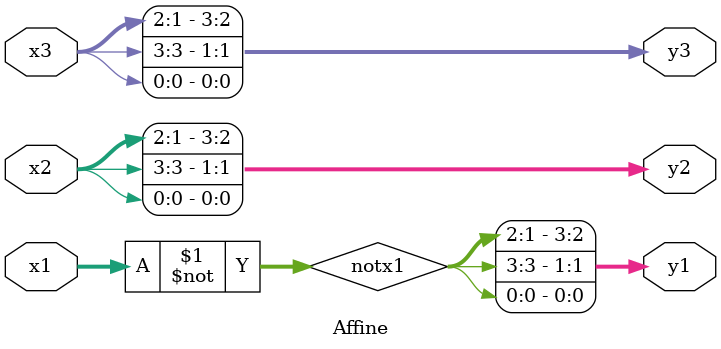
<source format=v>
/*
* -----------------------------------------------------------------
* COMPANY : Ruhr University Bochum
* AUTHOR  : Amir Moradi amir.moradi@rub.de Aein Rezaei Shahmirzadi aein.rezaeishahmirzadi@rub.de
* DOCUMENT: "Second-Order SCA Security with almost no Fresh Randomness" TCHES 2021, Issue 3
* -----------------------------------------------------------------
*
* Copyright c 2021, Amir Moradi, Aein Rezaei Shahmirzadi
*
* All rights reserved.
*
* THIS SOFTWARE IS PROVIDED BY THE COPYRIGHT HOLDERS AND CONTRIBUTORS "AS IS" AND
* ANY EXPRESS OR IMPLIED WARRANTIES, INCLUDING, BUT NOT LIMITED TO, THE IMPLIED
* WARRANTIES OF MERCHANTABILITY AND FITNESS FOR A PARTICULAR PURPOSE ARE
* DISCLAIMED. IN NO EVENT SHALL THE COPYRIGHT HOLDER OR CONTRIBUTERS BE LIABLE FOR ANY
* DIRECT, INDIRECT, INCIDENTAL, SPECIAL, EXEMPLARY, OR CONSEQUENTIAL DAMAGES
* INCLUDING, BUT NOT LIMITED TO, PROCUREMENT OF SUBSTITUTE GOODS OR SERVICES;
* LOSS OF USE, DATA, OR PROFITS; OR BUSINESS INTERRUPTION HOWEVER CAUSED AND
* ON ANY THEORY OF LIABILITY, WHETHER IN CONTRACT, STRICT LIABILITY, OR TORT
* INCLUDING NEGLIGENCE OR OTHERWISE ARISING IN ANY WAY OUT OF THE USE OF THIS
* SOFTWARE, EVEN IF ADVISED OF THE POSSIBILITY OF SUCH DAMAGE.
*
* Please see LICENSE and README for license and further instructions.
*/

module Affine(
    input [3:0] x1,
    input [3:0] x2,
    input [3:0] x3,
    output [3:0] y1,
    output [3:0] y2,
    output [3:0] y3
    );

	parameter num = 1;
	
	wire [3:0] notx1;
	assign notx1 = ~x1;
	
	generate
		if(num == 1) begin
			assign y1 = {notx1[2],notx1[1],notx1[3],notx1[0]};
			assign y2 = {x2[2],x2[1],x2[3],x2[0]};
			assign y3 = {x3[2],x3[1],x3[3],x3[0]};
		end
		if(num == 2) begin
			assign y1 = {notx1[3],notx1[2],notx1[0],notx1[1]};
			assign y2 = {x2[3],x2[2],x2[0],x2[1]};
			assign y3 = {x3[3],x3[2],x3[0],x3[1]};
		end
   endgenerate

endmodule

</source>
